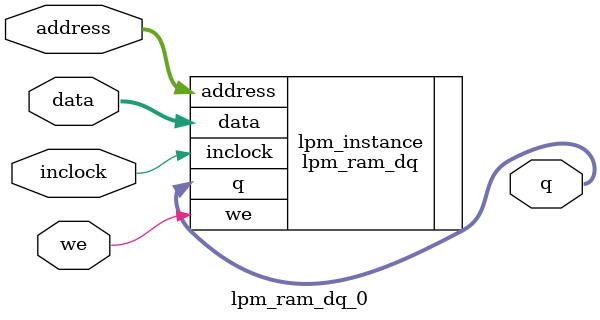
<source format=v>



module lpm_ram_dq_0(inclock,we,address,data,q);
input inclock;
input we;
input [5:0] address;
input [7:0] data;
output [7:0] q;

lpm_ram_dq	lpm_instance(.inclock(inclock),.we(we),.address(address),.data(data),.q(q));
	defparam	lpm_instance.LPM_ADDRESS_CONTROL = "REGISTERED";
	defparam	lpm_instance.LPM_FILE = "Mif2.mif";
	defparam	lpm_instance.LPM_INDATA = "REGISTERED";
	defparam	lpm_instance.LPM_NUMWORDS = 48;
	defparam	lpm_instance.LPM_OUTDATA = "UNREGISTERED";
	defparam	lpm_instance.LPM_WIDTH = 8;
	defparam	lpm_instance.LPM_WIDTHAD = 6;

endmodule

</source>
